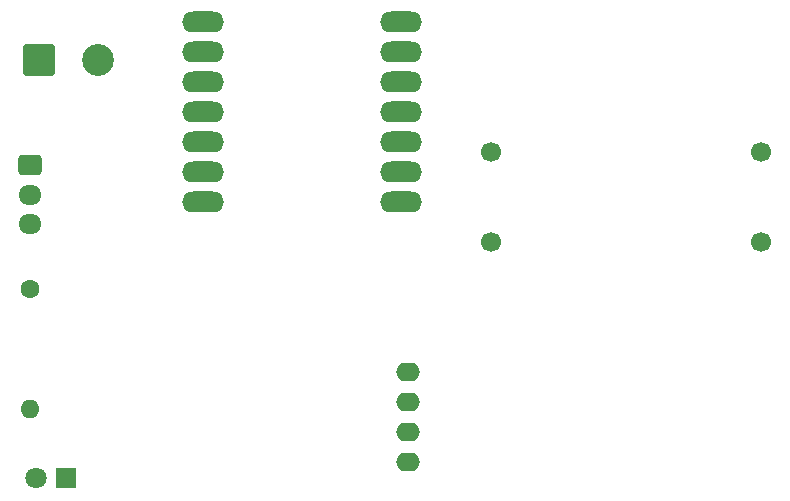
<source format=gbr>
%TF.GenerationSoftware,KiCad,Pcbnew,8.0.8*%
%TF.CreationDate,2025-02-08T15:21:21-08:00*%
%TF.ProjectId,PCB_Design,5043425f-4465-4736-9967-6e2e6b696361,V1.0*%
%TF.SameCoordinates,Original*%
%TF.FileFunction,Soldermask,Top*%
%TF.FilePolarity,Negative*%
%FSLAX46Y46*%
G04 Gerber Fmt 4.6, Leading zero omitted, Abs format (unit mm)*
G04 Created by KiCad (PCBNEW 8.0.8) date 2025-02-08 15:21:21*
%MOMM*%
%LPD*%
G01*
G04 APERTURE LIST*
G04 Aperture macros list*
%AMRoundRect*
0 Rectangle with rounded corners*
0 $1 Rounding radius*
0 $2 $3 $4 $5 $6 $7 $8 $9 X,Y pos of 4 corners*
0 Add a 4 corners polygon primitive as box body*
4,1,4,$2,$3,$4,$5,$6,$7,$8,$9,$2,$3,0*
0 Add four circle primitives for the rounded corners*
1,1,$1+$1,$2,$3*
1,1,$1+$1,$4,$5*
1,1,$1+$1,$6,$7*
1,1,$1+$1,$8,$9*
0 Add four rect primitives between the rounded corners*
20,1,$1+$1,$2,$3,$4,$5,0*
20,1,$1+$1,$4,$5,$6,$7,0*
20,1,$1+$1,$6,$7,$8,$9,0*
20,1,$1+$1,$8,$9,$2,$3,0*%
G04 Aperture macros list end*
%ADD10RoundRect,0.250001X-1.099999X-1.099999X1.099999X-1.099999X1.099999X1.099999X-1.099999X1.099999X0*%
%ADD11C,2.700000*%
%ADD12RoundRect,0.250000X-0.725000X0.600000X-0.725000X-0.600000X0.725000X-0.600000X0.725000X0.600000X0*%
%ADD13O,1.950000X1.700000*%
%ADD14C,1.600000*%
%ADD15O,1.600000X1.600000*%
%ADD16O,2.000000X1.600000*%
%ADD17R,1.800000X1.800000*%
%ADD18C,1.800000*%
%ADD19O,3.556000X1.778000*%
%ADD20C,1.700000*%
G04 APERTURE END LIST*
D10*
%TO.C,BT2*%
X43722500Y-45550000D03*
D11*
X48722500Y-45550000D03*
%TD*%
D12*
%TO.C,SW1*%
X43000000Y-54500000D03*
D13*
X43000000Y-57000000D03*
X43000000Y-59500000D03*
%TD*%
D14*
%TO.C,R1*%
X43000000Y-64920000D03*
D15*
X43000000Y-75080000D03*
%TD*%
D16*
%TO.C,Brd1*%
X75000000Y-79620000D03*
X75000000Y-77080000D03*
X75000000Y-74540000D03*
X75000000Y-72000000D03*
%TD*%
D17*
%TO.C,D1*%
X46000000Y-81000000D03*
D18*
X43460000Y-81000000D03*
%TD*%
D19*
%TO.C,U1*%
X74382000Y-42380000D03*
X74382000Y-44920000D03*
X74382000Y-47460000D03*
X74382000Y-50000000D03*
X74382000Y-52540000D03*
X74382000Y-55080000D03*
X74382000Y-57620000D03*
X57618000Y-42380000D03*
X57618000Y-44920000D03*
X57618000Y-47460000D03*
X57618000Y-50000000D03*
X57618000Y-52540000D03*
X57618000Y-55080000D03*
X57618000Y-57620000D03*
%TD*%
D20*
%TO.C,M1*%
X104890000Y-60970000D03*
X104890000Y-53350000D03*
X82030000Y-53350000D03*
X82030000Y-60970000D03*
%TD*%
M02*

</source>
